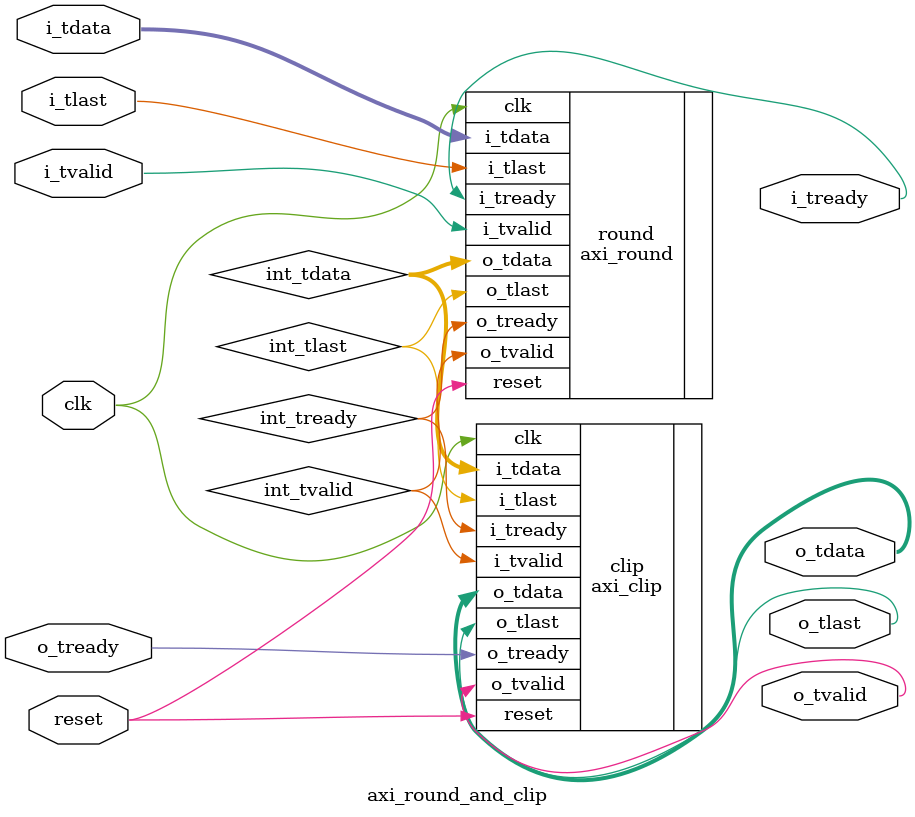
<source format=v>



module axi_round_and_clip
  #(parameter WIDTH_IN=24,
    parameter WIDTH_OUT=16,
    parameter CLIP_BITS=3,
    parameter FIFOSIZE=1)  // FIFOSIZE = 1, single output register
   (input clk, input reset,
    input [WIDTH_IN-1:0] i_tdata, input i_tlast, input i_tvalid, output i_tready,
    output [WIDTH_OUT-1:0] o_tdata, output o_tlast, output o_tvalid, input o_tready);

   wire [WIDTH_OUT+CLIP_BITS-1:0] int_tdata;
   wire int_tlast, int_tvalid, int_tready;

   axi_round #(.WIDTH_IN(WIDTH_IN), .WIDTH_OUT(WIDTH_OUT+CLIP_BITS), .round_to_nearest(1), .FIFOSIZE(FIFOSIZE)) round
     (.clk(clk), .reset(reset),
      .i_tdata(i_tdata), .i_tlast(i_tlast), .i_tvalid(i_tvalid), .i_tready(i_tready),
      .o_tdata(int_tdata), .o_tlast(int_tlast), .o_tvalid(int_tvalid), .o_tready(int_tready));

   axi_clip #(.WIDTH_IN(WIDTH_OUT+CLIP_BITS), .WIDTH_OUT(WIDTH_OUT), .FIFOSIZE(FIFOSIZE)) clip
     (.clk(clk), .reset(reset),
      .i_tdata(int_tdata), .i_tlast(int_tlast), .i_tvalid(int_tvalid), .i_tready(int_tready),
      .o_tdata(o_tdata), .o_tlast(o_tlast), .o_tvalid(o_tvalid), .o_tready(o_tready));

endmodule // round_and_clip

</source>
